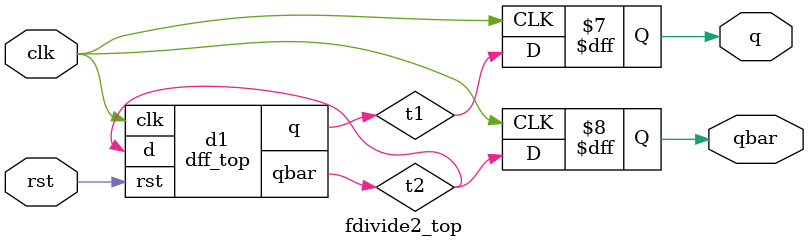
<source format=v>
`timescale 1ns / 1ps
module dff_top(
input wire d,
input wire clk,
input  wire rst,
output reg q,
output reg qbar

    );
    
    always @(posedge clk or negedge rst)
    begin
    if (!rst)
    begin
    q=0;
    end
    else
    begin
    q=d;
    end
    end
    always @(q)
     qbar =~q;
endmodule
module fdivide2_top(
input clk,input rst,
output reg q, qbar
    );
    wire t1,t2;
    dff_top d1(.d(t2),.clk(clk),.rst(rst),.q(t1),.qbar(t2));
    always @(posedge clk)
    begin
    q<=t1;
    qbar<=t2;
    end
    
   
endmodule

</source>
